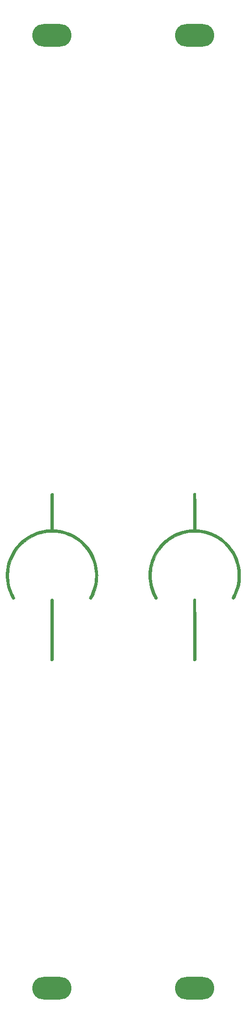
<source format=gtl>
%TF.GenerationSoftware,KiCad,Pcbnew,(6.0.6-0)*%
%TF.CreationDate,2022-09-04T11:20:12+01:00*%
%TF.ProjectId,4u-variable-integrator-panel,34752d76-6172-4696-9162-6c652d696e74,r02*%
%TF.SameCoordinates,Original*%
%TF.FileFunction,Copper,L1,Top*%
%TF.FilePolarity,Positive*%
%FSLAX46Y46*%
G04 Gerber Fmt 4.6, Leading zero omitted, Abs format (unit mm)*
G04 Created by KiCad (PCBNEW (6.0.6-0)) date 2022-09-04 11:20:12*
%MOMM*%
%LPD*%
G01*
G04 APERTURE LIST*
%TA.AperFunction,EtchedComponent*%
%ADD10C,0.010000*%
%TD*%
%TA.AperFunction,ComponentPad*%
%ADD11O,7.000000X4.000000*%
%TD*%
G04 APERTURE END LIST*
%TO.C,Ref\u002A\u002A*%
G36*
X69646933Y-124314167D02*
G01*
X69722072Y-124354537D01*
X69764690Y-124406944D01*
X69768410Y-124415340D01*
X69771861Y-124428492D01*
X69775052Y-124447941D01*
X69777994Y-124475229D01*
X69780695Y-124511897D01*
X69783168Y-124559489D01*
X69785421Y-124619544D01*
X69787465Y-124693606D01*
X69789309Y-124783216D01*
X69790964Y-124889915D01*
X69792441Y-125015246D01*
X69793748Y-125160750D01*
X69794896Y-125327968D01*
X69795895Y-125518444D01*
X69796755Y-125733718D01*
X69797487Y-125975332D01*
X69798100Y-126244828D01*
X69798604Y-126543747D01*
X69799009Y-126873632D01*
X69799326Y-127236025D01*
X69799565Y-127632466D01*
X69799735Y-128064499D01*
X69799847Y-128533663D01*
X69799911Y-129041502D01*
X69799936Y-129589557D01*
X69799938Y-129804757D01*
X69799938Y-135142900D01*
X69727972Y-135214867D01*
X69671568Y-135262645D01*
X69618419Y-135283147D01*
X69574513Y-135285986D01*
X69503527Y-135276988D01*
X69439940Y-135256208D01*
X69435345Y-135253839D01*
X69383898Y-135215243D01*
X69350679Y-135175311D01*
X69347706Y-135162904D01*
X69344928Y-135135528D01*
X69342334Y-135091822D01*
X69339916Y-135030427D01*
X69337666Y-134949982D01*
X69335575Y-134849129D01*
X69333635Y-134726507D01*
X69331837Y-134580757D01*
X69330173Y-134410518D01*
X69328633Y-134214431D01*
X69327210Y-133991137D01*
X69325895Y-133739275D01*
X69324679Y-133457485D01*
X69323553Y-133144408D01*
X69322510Y-132798685D01*
X69321541Y-132418954D01*
X69320636Y-132003857D01*
X69319788Y-131552034D01*
X69318988Y-131062124D01*
X69318228Y-130532769D01*
X69317498Y-129962608D01*
X69317409Y-129889333D01*
X69316902Y-129419862D01*
X69316512Y-128960767D01*
X69316240Y-128513902D01*
X69316080Y-128081121D01*
X69316033Y-127664280D01*
X69316094Y-127265231D01*
X69316261Y-126885830D01*
X69316531Y-126527930D01*
X69316903Y-126193386D01*
X69317374Y-125884052D01*
X69317941Y-125601782D01*
X69318601Y-125348431D01*
X69319353Y-125125853D01*
X69320193Y-124935902D01*
X69321119Y-124780432D01*
X69322129Y-124661298D01*
X69323219Y-124580353D01*
X69324389Y-124539453D01*
X69324674Y-124535857D01*
X69352252Y-124427195D01*
X69404646Y-124351213D01*
X69480438Y-124309434D01*
X69543314Y-124301333D01*
X69646933Y-124314167D01*
G37*
D10*
X69646933Y-124314167D02*
X69722072Y-124354537D01*
X69764690Y-124406944D01*
X69768410Y-124415340D01*
X69771861Y-124428492D01*
X69775052Y-124447941D01*
X69777994Y-124475229D01*
X69780695Y-124511897D01*
X69783168Y-124559489D01*
X69785421Y-124619544D01*
X69787465Y-124693606D01*
X69789309Y-124783216D01*
X69790964Y-124889915D01*
X69792441Y-125015246D01*
X69793748Y-125160750D01*
X69794896Y-125327968D01*
X69795895Y-125518444D01*
X69796755Y-125733718D01*
X69797487Y-125975332D01*
X69798100Y-126244828D01*
X69798604Y-126543747D01*
X69799009Y-126873632D01*
X69799326Y-127236025D01*
X69799565Y-127632466D01*
X69799735Y-128064499D01*
X69799847Y-128533663D01*
X69799911Y-129041502D01*
X69799936Y-129589557D01*
X69799938Y-129804757D01*
X69799938Y-135142900D01*
X69727972Y-135214867D01*
X69671568Y-135262645D01*
X69618419Y-135283147D01*
X69574513Y-135285986D01*
X69503527Y-135276988D01*
X69439940Y-135256208D01*
X69435345Y-135253839D01*
X69383898Y-135215243D01*
X69350679Y-135175311D01*
X69347706Y-135162904D01*
X69344928Y-135135528D01*
X69342334Y-135091822D01*
X69339916Y-135030427D01*
X69337666Y-134949982D01*
X69335575Y-134849129D01*
X69333635Y-134726507D01*
X69331837Y-134580757D01*
X69330173Y-134410518D01*
X69328633Y-134214431D01*
X69327210Y-133991137D01*
X69325895Y-133739275D01*
X69324679Y-133457485D01*
X69323553Y-133144408D01*
X69322510Y-132798685D01*
X69321541Y-132418954D01*
X69320636Y-132003857D01*
X69319788Y-131552034D01*
X69318988Y-131062124D01*
X69318228Y-130532769D01*
X69317498Y-129962608D01*
X69317409Y-129889333D01*
X69316902Y-129419862D01*
X69316512Y-128960767D01*
X69316240Y-128513902D01*
X69316080Y-128081121D01*
X69316033Y-127664280D01*
X69316094Y-127265231D01*
X69316261Y-126885830D01*
X69316531Y-126527930D01*
X69316903Y-126193386D01*
X69317374Y-125884052D01*
X69317941Y-125601782D01*
X69318601Y-125348431D01*
X69319353Y-125125853D01*
X69320193Y-124935902D01*
X69321119Y-124780432D01*
X69322129Y-124661298D01*
X69323219Y-124580353D01*
X69324389Y-124539453D01*
X69324674Y-124535857D01*
X69352252Y-124427195D01*
X69404646Y-124351213D01*
X69480438Y-124309434D01*
X69543314Y-124301333D01*
X69646933Y-124314167D01*
G36*
X69619134Y-105537889D02*
G01*
X69689341Y-105567731D01*
X69741073Y-105610853D01*
X69776665Y-105659354D01*
X69779299Y-105665471D01*
X69782289Y-105694617D01*
X69785067Y-105765156D01*
X69787628Y-105876147D01*
X69789965Y-106026649D01*
X69792072Y-106215722D01*
X69793943Y-106442425D01*
X69795572Y-106705818D01*
X69796953Y-107004960D01*
X69798080Y-107338911D01*
X69798947Y-107706731D01*
X69799547Y-108107478D01*
X69799874Y-108540212D01*
X69799938Y-108849521D01*
X69799938Y-111979287D01*
X69911063Y-111990236D01*
X69974411Y-111996047D01*
X70068045Y-112004096D01*
X70180042Y-112013381D01*
X70298480Y-112022899D01*
X70315539Y-112024243D01*
X70624193Y-112056838D01*
X70955304Y-112106966D01*
X71294042Y-112172117D01*
X71582496Y-112238835D01*
X72136989Y-112399544D01*
X72676296Y-112599029D01*
X73198623Y-112835907D01*
X73702177Y-113108795D01*
X74185165Y-113416308D01*
X74645791Y-113757065D01*
X75082264Y-114129681D01*
X75492788Y-114532774D01*
X75875569Y-114964960D01*
X76228815Y-115424857D01*
X76550732Y-115911079D01*
X76720240Y-116200768D01*
X76982778Y-116714308D01*
X77207519Y-117246243D01*
X77393983Y-117794987D01*
X77541692Y-118358952D01*
X77650168Y-118936551D01*
X77717710Y-119511435D01*
X77728593Y-119690543D01*
X77734482Y-119899206D01*
X77735622Y-120127329D01*
X77732256Y-120364822D01*
X77724629Y-120601591D01*
X77712984Y-120827545D01*
X77697566Y-121032590D01*
X77678618Y-121206634D01*
X77676320Y-121223515D01*
X77611590Y-121631157D01*
X77533849Y-122012068D01*
X77439672Y-122380748D01*
X77325635Y-122751701D01*
X77291578Y-122852436D01*
X77226499Y-123032741D01*
X77153898Y-123218605D01*
X77076105Y-123405248D01*
X76995450Y-123587889D01*
X76914265Y-123761746D01*
X76834878Y-123922038D01*
X76759621Y-124063984D01*
X76690825Y-124182802D01*
X76630818Y-124273713D01*
X76581932Y-124331934D01*
X76563217Y-124346795D01*
X76472587Y-124380503D01*
X76382424Y-124377446D01*
X76301176Y-124342434D01*
X76237290Y-124280274D01*
X76199215Y-124195778D01*
X76192272Y-124135623D01*
X76202118Y-124095127D01*
X76230016Y-124023194D01*
X76273505Y-123925419D01*
X76330124Y-123807395D01*
X76381270Y-123705947D01*
X76600539Y-123248588D01*
X76784758Y-122795569D01*
X76936606Y-122338226D01*
X77058757Y-121867892D01*
X77153889Y-121375905D01*
X77200985Y-121052250D01*
X77213958Y-120922704D01*
X77224380Y-120760859D01*
X77232190Y-120575273D01*
X77237331Y-120374504D01*
X77239743Y-120167111D01*
X77239366Y-119961652D01*
X77236143Y-119766687D01*
X77230013Y-119590774D01*
X77220919Y-119442471D01*
X77212664Y-119358917D01*
X77120551Y-118770726D01*
X76990973Y-118201976D01*
X76824021Y-117652867D01*
X76619783Y-117123601D01*
X76378352Y-116614379D01*
X76099816Y-116125400D01*
X75784266Y-115656867D01*
X75431791Y-115208981D01*
X75266155Y-115019750D01*
X74866014Y-114607725D01*
X74441510Y-114230081D01*
X73993708Y-113887354D01*
X73523675Y-113580081D01*
X73032479Y-113308799D01*
X72521185Y-113074043D01*
X71990860Y-112876352D01*
X71442571Y-112716262D01*
X70877385Y-112594309D01*
X70296368Y-112511030D01*
X70276188Y-112508868D01*
X70134110Y-112497681D01*
X69959825Y-112490066D01*
X69763303Y-112485948D01*
X69554514Y-112485257D01*
X69343427Y-112487919D01*
X69140012Y-112493861D01*
X68954238Y-112503011D01*
X68796075Y-112515297D01*
X68752188Y-112519963D01*
X68172767Y-112607248D01*
X67610636Y-112733058D01*
X67066299Y-112897147D01*
X66540259Y-113099269D01*
X66033021Y-113339177D01*
X65545088Y-113616625D01*
X65076965Y-113931368D01*
X64629154Y-114283159D01*
X64202161Y-114671752D01*
X64063296Y-114810696D01*
X63848640Y-115037153D01*
X63658923Y-115252628D01*
X63483931Y-115469733D01*
X63313451Y-115701074D01*
X63156739Y-115929917D01*
X62857457Y-116417096D01*
X62597400Y-116920139D01*
X62376734Y-117438581D01*
X62195627Y-117971959D01*
X62054245Y-118519809D01*
X61952755Y-119081668D01*
X61915539Y-119381705D01*
X61902792Y-119535791D01*
X61893174Y-119719127D01*
X61886760Y-119921433D01*
X61883626Y-120132427D01*
X61883846Y-120341830D01*
X61887497Y-120539361D01*
X61894655Y-120714739D01*
X61904741Y-120851167D01*
X61972908Y-121382523D01*
X62071435Y-121890951D01*
X62202474Y-122383752D01*
X62368178Y-122868224D01*
X62570700Y-123351667D01*
X62753123Y-123727883D01*
X62811663Y-123844155D01*
X62862816Y-123949642D01*
X62903574Y-124037817D01*
X62930926Y-124102151D01*
X62941862Y-124136115D01*
X62941938Y-124137435D01*
X62922813Y-124226768D01*
X62871507Y-124300899D01*
X62797127Y-124353982D01*
X62708780Y-124380171D01*
X62615572Y-124373621D01*
X62588253Y-124364490D01*
X62550571Y-124340535D01*
X62508236Y-124295394D01*
X62459035Y-124225575D01*
X62400758Y-124127583D01*
X62331195Y-123997923D01*
X62248135Y-123833102D01*
X62234431Y-123805245D01*
X61989370Y-123259098D01*
X61785543Y-122703977D01*
X61623087Y-122140647D01*
X61502137Y-121569872D01*
X61422828Y-120992415D01*
X61385296Y-120409041D01*
X61389676Y-119820514D01*
X61430939Y-119274250D01*
X61514656Y-118694011D01*
X61639176Y-118124599D01*
X61804110Y-117567063D01*
X62009070Y-117022456D01*
X62253669Y-116491828D01*
X62537519Y-115976232D01*
X62797450Y-115568118D01*
X63141432Y-115097761D01*
X63516546Y-114655251D01*
X63920977Y-114241857D01*
X64352907Y-113858847D01*
X64810521Y-113507488D01*
X65292002Y-113189049D01*
X65795534Y-112904797D01*
X66319300Y-112656001D01*
X66861485Y-112443928D01*
X67420271Y-112269846D01*
X67583604Y-112227041D01*
X67765795Y-112184604D01*
X67965944Y-112143738D01*
X68175555Y-112105730D01*
X68386132Y-112071864D01*
X68589180Y-112043425D01*
X68776202Y-112021697D01*
X68938702Y-112007967D01*
X69061621Y-112003500D01*
X69142049Y-112001090D01*
X69215929Y-111994937D01*
X69246959Y-111990271D01*
X69313105Y-111977042D01*
X69313223Y-108884062D01*
X69313386Y-108422144D01*
X69313837Y-107993773D01*
X69314568Y-107599718D01*
X69315577Y-107240748D01*
X69316857Y-106917632D01*
X69318403Y-106631138D01*
X69320211Y-106382036D01*
X69322275Y-106171093D01*
X69324589Y-105999079D01*
X69327150Y-105866763D01*
X69329951Y-105774912D01*
X69332988Y-105724297D01*
X69334357Y-105715428D01*
X69377659Y-105626956D01*
X69445599Y-105565361D01*
X69529112Y-105534415D01*
X69619134Y-105537889D01*
G37*
X69619134Y-105537889D02*
X69689341Y-105567731D01*
X69741073Y-105610853D01*
X69776665Y-105659354D01*
X69779299Y-105665471D01*
X69782289Y-105694617D01*
X69785067Y-105765156D01*
X69787628Y-105876147D01*
X69789965Y-106026649D01*
X69792072Y-106215722D01*
X69793943Y-106442425D01*
X69795572Y-106705818D01*
X69796953Y-107004960D01*
X69798080Y-107338911D01*
X69798947Y-107706731D01*
X69799547Y-108107478D01*
X69799874Y-108540212D01*
X69799938Y-108849521D01*
X69799938Y-111979287D01*
X69911063Y-111990236D01*
X69974411Y-111996047D01*
X70068045Y-112004096D01*
X70180042Y-112013381D01*
X70298480Y-112022899D01*
X70315539Y-112024243D01*
X70624193Y-112056838D01*
X70955304Y-112106966D01*
X71294042Y-112172117D01*
X71582496Y-112238835D01*
X72136989Y-112399544D01*
X72676296Y-112599029D01*
X73198623Y-112835907D01*
X73702177Y-113108795D01*
X74185165Y-113416308D01*
X74645791Y-113757065D01*
X75082264Y-114129681D01*
X75492788Y-114532774D01*
X75875569Y-114964960D01*
X76228815Y-115424857D01*
X76550732Y-115911079D01*
X76720240Y-116200768D01*
X76982778Y-116714308D01*
X77207519Y-117246243D01*
X77393983Y-117794987D01*
X77541692Y-118358952D01*
X77650168Y-118936551D01*
X77717710Y-119511435D01*
X77728593Y-119690543D01*
X77734482Y-119899206D01*
X77735622Y-120127329D01*
X77732256Y-120364822D01*
X77724629Y-120601591D01*
X77712984Y-120827545D01*
X77697566Y-121032590D01*
X77678618Y-121206634D01*
X77676320Y-121223515D01*
X77611590Y-121631157D01*
X77533849Y-122012068D01*
X77439672Y-122380748D01*
X77325635Y-122751701D01*
X77291578Y-122852436D01*
X77226499Y-123032741D01*
X77153898Y-123218605D01*
X77076105Y-123405248D01*
X76995450Y-123587889D01*
X76914265Y-123761746D01*
X76834878Y-123922038D01*
X76759621Y-124063984D01*
X76690825Y-124182802D01*
X76630818Y-124273713D01*
X76581932Y-124331934D01*
X76563217Y-124346795D01*
X76472587Y-124380503D01*
X76382424Y-124377446D01*
X76301176Y-124342434D01*
X76237290Y-124280274D01*
X76199215Y-124195778D01*
X76192272Y-124135623D01*
X76202118Y-124095127D01*
X76230016Y-124023194D01*
X76273505Y-123925419D01*
X76330124Y-123807395D01*
X76381270Y-123705947D01*
X76600539Y-123248588D01*
X76784758Y-122795569D01*
X76936606Y-122338226D01*
X77058757Y-121867892D01*
X77153889Y-121375905D01*
X77200985Y-121052250D01*
X77213958Y-120922704D01*
X77224380Y-120760859D01*
X77232190Y-120575273D01*
X77237331Y-120374504D01*
X77239743Y-120167111D01*
X77239366Y-119961652D01*
X77236143Y-119766687D01*
X77230013Y-119590774D01*
X77220919Y-119442471D01*
X77212664Y-119358917D01*
X77120551Y-118770726D01*
X76990973Y-118201976D01*
X76824021Y-117652867D01*
X76619783Y-117123601D01*
X76378352Y-116614379D01*
X76099816Y-116125400D01*
X75784266Y-115656867D01*
X75431791Y-115208981D01*
X75266155Y-115019750D01*
X74866014Y-114607725D01*
X74441510Y-114230081D01*
X73993708Y-113887354D01*
X73523675Y-113580081D01*
X73032479Y-113308799D01*
X72521185Y-113074043D01*
X71990860Y-112876352D01*
X71442571Y-112716262D01*
X70877385Y-112594309D01*
X70296368Y-112511030D01*
X70276188Y-112508868D01*
X70134110Y-112497681D01*
X69959825Y-112490066D01*
X69763303Y-112485948D01*
X69554514Y-112485257D01*
X69343427Y-112487919D01*
X69140012Y-112493861D01*
X68954238Y-112503011D01*
X68796075Y-112515297D01*
X68752188Y-112519963D01*
X68172767Y-112607248D01*
X67610636Y-112733058D01*
X67066299Y-112897147D01*
X66540259Y-113099269D01*
X66033021Y-113339177D01*
X65545088Y-113616625D01*
X65076965Y-113931368D01*
X64629154Y-114283159D01*
X64202161Y-114671752D01*
X64063296Y-114810696D01*
X63848640Y-115037153D01*
X63658923Y-115252628D01*
X63483931Y-115469733D01*
X63313451Y-115701074D01*
X63156739Y-115929917D01*
X62857457Y-116417096D01*
X62597400Y-116920139D01*
X62376734Y-117438581D01*
X62195627Y-117971959D01*
X62054245Y-118519809D01*
X61952755Y-119081668D01*
X61915539Y-119381705D01*
X61902792Y-119535791D01*
X61893174Y-119719127D01*
X61886760Y-119921433D01*
X61883626Y-120132427D01*
X61883846Y-120341830D01*
X61887497Y-120539361D01*
X61894655Y-120714739D01*
X61904741Y-120851167D01*
X61972908Y-121382523D01*
X62071435Y-121890951D01*
X62202474Y-122383752D01*
X62368178Y-122868224D01*
X62570700Y-123351667D01*
X62753123Y-123727883D01*
X62811663Y-123844155D01*
X62862816Y-123949642D01*
X62903574Y-124037817D01*
X62930926Y-124102151D01*
X62941862Y-124136115D01*
X62941938Y-124137435D01*
X62922813Y-124226768D01*
X62871507Y-124300899D01*
X62797127Y-124353982D01*
X62708780Y-124380171D01*
X62615572Y-124373621D01*
X62588253Y-124364490D01*
X62550571Y-124340535D01*
X62508236Y-124295394D01*
X62459035Y-124225575D01*
X62400758Y-124127583D01*
X62331195Y-123997923D01*
X62248135Y-123833102D01*
X62234431Y-123805245D01*
X61989370Y-123259098D01*
X61785543Y-122703977D01*
X61623087Y-122140647D01*
X61502137Y-121569872D01*
X61422828Y-120992415D01*
X61385296Y-120409041D01*
X61389676Y-119820514D01*
X61430939Y-119274250D01*
X61514656Y-118694011D01*
X61639176Y-118124599D01*
X61804110Y-117567063D01*
X62009070Y-117022456D01*
X62253669Y-116491828D01*
X62537519Y-115976232D01*
X62797450Y-115568118D01*
X63141432Y-115097761D01*
X63516546Y-114655251D01*
X63920977Y-114241857D01*
X64352907Y-113858847D01*
X64810521Y-113507488D01*
X65292002Y-113189049D01*
X65795534Y-112904797D01*
X66319300Y-112656001D01*
X66861485Y-112443928D01*
X67420271Y-112269846D01*
X67583604Y-112227041D01*
X67765795Y-112184604D01*
X67965944Y-112143738D01*
X68175555Y-112105730D01*
X68386132Y-112071864D01*
X68589180Y-112043425D01*
X68776202Y-112021697D01*
X68938702Y-112007967D01*
X69061621Y-112003500D01*
X69142049Y-112001090D01*
X69215929Y-111994937D01*
X69246959Y-111990271D01*
X69313105Y-111977042D01*
X69313223Y-108884062D01*
X69313386Y-108422144D01*
X69313837Y-107993773D01*
X69314568Y-107599718D01*
X69315577Y-107240748D01*
X69316857Y-106917632D01*
X69318403Y-106631138D01*
X69320211Y-106382036D01*
X69322275Y-106171093D01*
X69324589Y-105999079D01*
X69327150Y-105866763D01*
X69329951Y-105774912D01*
X69332988Y-105724297D01*
X69334357Y-105715428D01*
X69377659Y-105626956D01*
X69445599Y-105565361D01*
X69529112Y-105534415D01*
X69619134Y-105537889D01*
G36*
X95026897Y-124315949D02*
G01*
X95106457Y-124357285D01*
X95153484Y-124417158D01*
X95156287Y-124432797D01*
X95158893Y-124467778D01*
X95161310Y-124523308D01*
X95163542Y-124600594D01*
X95165595Y-124700845D01*
X95167475Y-124825266D01*
X95169187Y-124975066D01*
X95170737Y-125151452D01*
X95172131Y-125355631D01*
X95173374Y-125588810D01*
X95174473Y-125852197D01*
X95175432Y-126146999D01*
X95176258Y-126474423D01*
X95176955Y-126835677D01*
X95177531Y-127231968D01*
X95177989Y-127664504D01*
X95178337Y-128134490D01*
X95178580Y-128643136D01*
X95178722Y-129191648D01*
X95178771Y-129781233D01*
X95178772Y-129807779D01*
X95178772Y-135142900D01*
X95106805Y-135214867D01*
X95050178Y-135262762D01*
X94996667Y-135283322D01*
X94953347Y-135286190D01*
X94887983Y-135279761D01*
X94834721Y-135264853D01*
X94829522Y-135262265D01*
X94782827Y-135227305D01*
X94750617Y-135194117D01*
X94746771Y-135187743D01*
X94743203Y-135177378D01*
X94739903Y-135161484D01*
X94736860Y-135138521D01*
X94734063Y-135106949D01*
X94731502Y-135065227D01*
X94729166Y-135011815D01*
X94727045Y-134945174D01*
X94725128Y-134863764D01*
X94723405Y-134766045D01*
X94721865Y-134650476D01*
X94720498Y-134515518D01*
X94719293Y-134359631D01*
X94718239Y-134181275D01*
X94717326Y-133978909D01*
X94716544Y-133750994D01*
X94715881Y-133495990D01*
X94715328Y-133212357D01*
X94714874Y-132898554D01*
X94714507Y-132553043D01*
X94714219Y-132174282D01*
X94713997Y-131760733D01*
X94713832Y-131310854D01*
X94713713Y-130823106D01*
X94713629Y-130295950D01*
X94713575Y-129787163D01*
X94713105Y-124425077D01*
X94774977Y-124363205D01*
X94832552Y-124318516D01*
X94897065Y-124302213D01*
X94924194Y-124301333D01*
X95026897Y-124315949D01*
G37*
X95026897Y-124315949D02*
X95106457Y-124357285D01*
X95153484Y-124417158D01*
X95156287Y-124432797D01*
X95158893Y-124467778D01*
X95161310Y-124523308D01*
X95163542Y-124600594D01*
X95165595Y-124700845D01*
X95167475Y-124825266D01*
X95169187Y-124975066D01*
X95170737Y-125151452D01*
X95172131Y-125355631D01*
X95173374Y-125588810D01*
X95174473Y-125852197D01*
X95175432Y-126146999D01*
X95176258Y-126474423D01*
X95176955Y-126835677D01*
X95177531Y-127231968D01*
X95177989Y-127664504D01*
X95178337Y-128134490D01*
X95178580Y-128643136D01*
X95178722Y-129191648D01*
X95178771Y-129781233D01*
X95178772Y-129807779D01*
X95178772Y-135142900D01*
X95106805Y-135214867D01*
X95050178Y-135262762D01*
X94996667Y-135283322D01*
X94953347Y-135286190D01*
X94887983Y-135279761D01*
X94834721Y-135264853D01*
X94829522Y-135262265D01*
X94782827Y-135227305D01*
X94750617Y-135194117D01*
X94746771Y-135187743D01*
X94743203Y-135177378D01*
X94739903Y-135161484D01*
X94736860Y-135138521D01*
X94734063Y-135106949D01*
X94731502Y-135065227D01*
X94729166Y-135011815D01*
X94727045Y-134945174D01*
X94725128Y-134863764D01*
X94723405Y-134766045D01*
X94721865Y-134650476D01*
X94720498Y-134515518D01*
X94719293Y-134359631D01*
X94718239Y-134181275D01*
X94717326Y-133978909D01*
X94716544Y-133750994D01*
X94715881Y-133495990D01*
X94715328Y-133212357D01*
X94714874Y-132898554D01*
X94714507Y-132553043D01*
X94714219Y-132174282D01*
X94713997Y-131760733D01*
X94713832Y-131310854D01*
X94713713Y-130823106D01*
X94713629Y-130295950D01*
X94713575Y-129787163D01*
X94713105Y-124425077D01*
X94774977Y-124363205D01*
X94832552Y-124318516D01*
X94897065Y-124302213D01*
X94924194Y-124301333D01*
X95026897Y-124315949D01*
G36*
X95017251Y-105543366D02*
G01*
X95099178Y-105588422D01*
X95137156Y-105627469D01*
X95142791Y-105635316D01*
X95147893Y-105645185D01*
X95152489Y-105659114D01*
X95156605Y-105679140D01*
X95160267Y-105707300D01*
X95163502Y-105745633D01*
X95166336Y-105796175D01*
X95168796Y-105860963D01*
X95170908Y-105942036D01*
X95172700Y-106041430D01*
X95174196Y-106161183D01*
X95175424Y-106303333D01*
X95176410Y-106469916D01*
X95177181Y-106662969D01*
X95177763Y-106884532D01*
X95178182Y-107136639D01*
X95178466Y-107421330D01*
X95178640Y-107740642D01*
X95178732Y-108096611D01*
X95178767Y-108491276D01*
X95178772Y-108829831D01*
X95178772Y-111979287D01*
X95289897Y-111990601D01*
X95364304Y-111997310D01*
X95462602Y-112005017D01*
X95566416Y-112012303D01*
X95591522Y-112013920D01*
X96082361Y-112063473D01*
X96583628Y-112149968D01*
X97088773Y-112271566D01*
X97591248Y-112426431D01*
X98084507Y-112612723D01*
X98561999Y-112828603D01*
X98650105Y-112872664D01*
X99041063Y-113083084D01*
X99404763Y-113304443D01*
X99749408Y-113542740D01*
X100083201Y-113803978D01*
X100414346Y-114094157D01*
X100715507Y-114383641D01*
X100946679Y-114620548D01*
X101150526Y-114843371D01*
X101334881Y-115061602D01*
X101507582Y-115284733D01*
X101676461Y-115522257D01*
X101768670Y-115659612D01*
X102034997Y-116087748D01*
X102268783Y-116516795D01*
X102472045Y-116952271D01*
X102646798Y-117399693D01*
X102795058Y-117864577D01*
X102918841Y-118352439D01*
X103020161Y-118868797D01*
X103077741Y-119242500D01*
X103087983Y-119344454D01*
X103096002Y-119481486D01*
X103101838Y-119646402D01*
X103105529Y-119832008D01*
X103107114Y-120031108D01*
X103106633Y-120236509D01*
X103104125Y-120441016D01*
X103099629Y-120637434D01*
X103093185Y-120818570D01*
X103084830Y-120977228D01*
X103074604Y-121106213D01*
X103067267Y-121168667D01*
X102984592Y-121672729D01*
X102881828Y-122146657D01*
X102756382Y-122598868D01*
X102605656Y-123037776D01*
X102427058Y-123471797D01*
X102228855Y-123887956D01*
X102149578Y-124041719D01*
X102084064Y-124160960D01*
X102028899Y-124249846D01*
X101980667Y-124312547D01*
X101935956Y-124353232D01*
X101891349Y-124376070D01*
X101843433Y-124385229D01*
X101820924Y-124386000D01*
X101725657Y-124366650D01*
X101646783Y-124314078D01*
X101592539Y-124236502D01*
X101571163Y-124142139D01*
X101571105Y-124136815D01*
X101580981Y-124091760D01*
X101607437Y-124021964D01*
X101645718Y-123939249D01*
X101667322Y-123897639D01*
X101898881Y-123438679D01*
X102095693Y-122982727D01*
X102260349Y-122521793D01*
X102395441Y-122047884D01*
X102503560Y-121553010D01*
X102579822Y-121084000D01*
X102592411Y-120965298D01*
X102602644Y-120812625D01*
X102610469Y-120634283D01*
X102615829Y-120438572D01*
X102618670Y-120233792D01*
X102618938Y-120028245D01*
X102616577Y-119830231D01*
X102611533Y-119648050D01*
X102603750Y-119490003D01*
X102593175Y-119364391D01*
X102591279Y-119348333D01*
X102510862Y-118817775D01*
X102404026Y-118315436D01*
X102268882Y-117835033D01*
X102103536Y-117370280D01*
X101906100Y-116914894D01*
X101785516Y-116670750D01*
X101564386Y-116267188D01*
X101330065Y-115892385D01*
X101076189Y-115537686D01*
X100796389Y-115194438D01*
X100484300Y-114853986D01*
X100345164Y-114712833D01*
X99922554Y-114321051D01*
X99479355Y-113966254D01*
X99015636Y-113648482D01*
X98531470Y-113367772D01*
X98026929Y-113124161D01*
X97502085Y-112917687D01*
X96957007Y-112748389D01*
X96391770Y-112616303D01*
X96351834Y-112608526D01*
X95872244Y-112534596D01*
X95373655Y-112492449D01*
X94865067Y-112482118D01*
X94355479Y-112503633D01*
X93853891Y-112557027D01*
X93591272Y-112598814D01*
X93125962Y-112698528D01*
X92654981Y-112831252D01*
X92189104Y-112993201D01*
X91739107Y-113180593D01*
X91315764Y-113389646D01*
X91273522Y-113412576D01*
X91095853Y-113514838D01*
X90897776Y-113637233D01*
X90690795Y-113772081D01*
X90486417Y-113911705D01*
X90296150Y-114048425D01*
X90131499Y-114174562D01*
X90130522Y-114175343D01*
X90004508Y-114281407D01*
X89858879Y-114412762D01*
X89700822Y-114562196D01*
X89537526Y-114722499D01*
X89376178Y-114886458D01*
X89223966Y-115046862D01*
X89088077Y-115196499D01*
X88975700Y-115328159D01*
X88951331Y-115358417D01*
X88609473Y-115819873D01*
X88307730Y-116292471D01*
X88044712Y-116779024D01*
X87819026Y-117282345D01*
X87629283Y-117805250D01*
X87475989Y-118342917D01*
X87380779Y-118783072D01*
X87314297Y-119227668D01*
X87275388Y-119686587D01*
X87262891Y-120163250D01*
X87281890Y-120728876D01*
X87339334Y-121279656D01*
X87435895Y-121818297D01*
X87572247Y-122347506D01*
X87749063Y-122869989D01*
X87967014Y-123388453D01*
X88163329Y-123786707D01*
X88217111Y-123891967D01*
X88262992Y-123986876D01*
X88297552Y-124063951D01*
X88317374Y-124115709D01*
X88320772Y-124131345D01*
X88312700Y-124180437D01*
X88292950Y-124242048D01*
X88289783Y-124249858D01*
X88239475Y-124319760D01*
X88163932Y-124365630D01*
X88075216Y-124383459D01*
X87985387Y-124369243D01*
X87961524Y-124358896D01*
X87928088Y-124336310D01*
X87892514Y-124299334D01*
X87852079Y-124243629D01*
X87804059Y-124164859D01*
X87745732Y-124058687D01*
X87674375Y-123920774D01*
X87625480Y-123823602D01*
X87383730Y-123296140D01*
X87182829Y-122762559D01*
X87022246Y-122220580D01*
X86901449Y-121667920D01*
X86819906Y-121102298D01*
X86777086Y-120521434D01*
X86769750Y-120152667D01*
X86786658Y-119591973D01*
X86838252Y-119051125D01*
X86925666Y-118524158D01*
X87050032Y-118005106D01*
X87212481Y-117488004D01*
X87340269Y-117147000D01*
X87578631Y-116604467D01*
X87852371Y-116085099D01*
X88161086Y-115589438D01*
X88504374Y-115118025D01*
X88881831Y-114671401D01*
X89293056Y-114250108D01*
X89737645Y-113854686D01*
X89869938Y-113747177D01*
X90308147Y-113423577D01*
X90774149Y-113127604D01*
X91262850Y-112861545D01*
X91769157Y-112627685D01*
X92287976Y-112428310D01*
X92814215Y-112265706D01*
X93342780Y-112142159D01*
X93517188Y-112110292D01*
X93672578Y-112085511D01*
X93836481Y-112062169D01*
X93999814Y-112041325D01*
X94153493Y-112024032D01*
X94288434Y-112011349D01*
X94395553Y-112004329D01*
X94437808Y-112003267D01*
X94521473Y-112000613D01*
X94602064Y-111994137D01*
X94633730Y-111989914D01*
X94713105Y-111976794D01*
X94713105Y-105677915D01*
X94767297Y-105613510D01*
X94840893Y-105555517D01*
X94927684Y-105532266D01*
X95017251Y-105543366D01*
G37*
X95017251Y-105543366D02*
X95099178Y-105588422D01*
X95137156Y-105627469D01*
X95142791Y-105635316D01*
X95147893Y-105645185D01*
X95152489Y-105659114D01*
X95156605Y-105679140D01*
X95160267Y-105707300D01*
X95163502Y-105745633D01*
X95166336Y-105796175D01*
X95168796Y-105860963D01*
X95170908Y-105942036D01*
X95172700Y-106041430D01*
X95174196Y-106161183D01*
X95175424Y-106303333D01*
X95176410Y-106469916D01*
X95177181Y-106662969D01*
X95177763Y-106884532D01*
X95178182Y-107136639D01*
X95178466Y-107421330D01*
X95178640Y-107740642D01*
X95178732Y-108096611D01*
X95178767Y-108491276D01*
X95178772Y-108829831D01*
X95178772Y-111979287D01*
X95289897Y-111990601D01*
X95364304Y-111997310D01*
X95462602Y-112005017D01*
X95566416Y-112012303D01*
X95591522Y-112013920D01*
X96082361Y-112063473D01*
X96583628Y-112149968D01*
X97088773Y-112271566D01*
X97591248Y-112426431D01*
X98084507Y-112612723D01*
X98561999Y-112828603D01*
X98650105Y-112872664D01*
X99041063Y-113083084D01*
X99404763Y-113304443D01*
X99749408Y-113542740D01*
X100083201Y-113803978D01*
X100414346Y-114094157D01*
X100715507Y-114383641D01*
X100946679Y-114620548D01*
X101150526Y-114843371D01*
X101334881Y-115061602D01*
X101507582Y-115284733D01*
X101676461Y-115522257D01*
X101768670Y-115659612D01*
X102034997Y-116087748D01*
X102268783Y-116516795D01*
X102472045Y-116952271D01*
X102646798Y-117399693D01*
X102795058Y-117864577D01*
X102918841Y-118352439D01*
X103020161Y-118868797D01*
X103077741Y-119242500D01*
X103087983Y-119344454D01*
X103096002Y-119481486D01*
X103101838Y-119646402D01*
X103105529Y-119832008D01*
X103107114Y-120031108D01*
X103106633Y-120236509D01*
X103104125Y-120441016D01*
X103099629Y-120637434D01*
X103093185Y-120818570D01*
X103084830Y-120977228D01*
X103074604Y-121106213D01*
X103067267Y-121168667D01*
X102984592Y-121672729D01*
X102881828Y-122146657D01*
X102756382Y-122598868D01*
X102605656Y-123037776D01*
X102427058Y-123471797D01*
X102228855Y-123887956D01*
X102149578Y-124041719D01*
X102084064Y-124160960D01*
X102028899Y-124249846D01*
X101980667Y-124312547D01*
X101935956Y-124353232D01*
X101891349Y-124376070D01*
X101843433Y-124385229D01*
X101820924Y-124386000D01*
X101725657Y-124366650D01*
X101646783Y-124314078D01*
X101592539Y-124236502D01*
X101571163Y-124142139D01*
X101571105Y-124136815D01*
X101580981Y-124091760D01*
X101607437Y-124021964D01*
X101645718Y-123939249D01*
X101667322Y-123897639D01*
X101898881Y-123438679D01*
X102095693Y-122982727D01*
X102260349Y-122521793D01*
X102395441Y-122047884D01*
X102503560Y-121553010D01*
X102579822Y-121084000D01*
X102592411Y-120965298D01*
X102602644Y-120812625D01*
X102610469Y-120634283D01*
X102615829Y-120438572D01*
X102618670Y-120233792D01*
X102618938Y-120028245D01*
X102616577Y-119830231D01*
X102611533Y-119648050D01*
X102603750Y-119490003D01*
X102593175Y-119364391D01*
X102591279Y-119348333D01*
X102510862Y-118817775D01*
X102404026Y-118315436D01*
X102268882Y-117835033D01*
X102103536Y-117370280D01*
X101906100Y-116914894D01*
X101785516Y-116670750D01*
X101564386Y-116267188D01*
X101330065Y-115892385D01*
X101076189Y-115537686D01*
X100796389Y-115194438D01*
X100484300Y-114853986D01*
X100345164Y-114712833D01*
X99922554Y-114321051D01*
X99479355Y-113966254D01*
X99015636Y-113648482D01*
X98531470Y-113367772D01*
X98026929Y-113124161D01*
X97502085Y-112917687D01*
X96957007Y-112748389D01*
X96391770Y-112616303D01*
X96351834Y-112608526D01*
X95872244Y-112534596D01*
X95373655Y-112492449D01*
X94865067Y-112482118D01*
X94355479Y-112503633D01*
X93853891Y-112557027D01*
X93591272Y-112598814D01*
X93125962Y-112698528D01*
X92654981Y-112831252D01*
X92189104Y-112993201D01*
X91739107Y-113180593D01*
X91315764Y-113389646D01*
X91273522Y-113412576D01*
X91095853Y-113514838D01*
X90897776Y-113637233D01*
X90690795Y-113772081D01*
X90486417Y-113911705D01*
X90296150Y-114048425D01*
X90131499Y-114174562D01*
X90130522Y-114175343D01*
X90004508Y-114281407D01*
X89858879Y-114412762D01*
X89700822Y-114562196D01*
X89537526Y-114722499D01*
X89376178Y-114886458D01*
X89223966Y-115046862D01*
X89088077Y-115196499D01*
X88975700Y-115328159D01*
X88951331Y-115358417D01*
X88609473Y-115819873D01*
X88307730Y-116292471D01*
X88044712Y-116779024D01*
X87819026Y-117282345D01*
X87629283Y-117805250D01*
X87475989Y-118342917D01*
X87380779Y-118783072D01*
X87314297Y-119227668D01*
X87275388Y-119686587D01*
X87262891Y-120163250D01*
X87281890Y-120728876D01*
X87339334Y-121279656D01*
X87435895Y-121818297D01*
X87572247Y-122347506D01*
X87749063Y-122869989D01*
X87967014Y-123388453D01*
X88163329Y-123786707D01*
X88217111Y-123891967D01*
X88262992Y-123986876D01*
X88297552Y-124063951D01*
X88317374Y-124115709D01*
X88320772Y-124131345D01*
X88312700Y-124180437D01*
X88292950Y-124242048D01*
X88289783Y-124249858D01*
X88239475Y-124319760D01*
X88163932Y-124365630D01*
X88075216Y-124383459D01*
X87985387Y-124369243D01*
X87961524Y-124358896D01*
X87928088Y-124336310D01*
X87892514Y-124299334D01*
X87852079Y-124243629D01*
X87804059Y-124164859D01*
X87745732Y-124058687D01*
X87674375Y-123920774D01*
X87625480Y-123823602D01*
X87383730Y-123296140D01*
X87182829Y-122762559D01*
X87022246Y-122220580D01*
X86901449Y-121667920D01*
X86819906Y-121102298D01*
X86777086Y-120521434D01*
X86769750Y-120152667D01*
X86786658Y-119591973D01*
X86838252Y-119051125D01*
X86925666Y-118524158D01*
X87050032Y-118005106D01*
X87212481Y-117488004D01*
X87340269Y-117147000D01*
X87578631Y-116604467D01*
X87852371Y-116085099D01*
X88161086Y-115589438D01*
X88504374Y-115118025D01*
X88881831Y-114671401D01*
X89293056Y-114250108D01*
X89737645Y-113854686D01*
X89869938Y-113747177D01*
X90308147Y-113423577D01*
X90774149Y-113127604D01*
X91262850Y-112861545D01*
X91769157Y-112627685D01*
X92287976Y-112428310D01*
X92814215Y-112265706D01*
X93342780Y-112142159D01*
X93517188Y-112110292D01*
X93672578Y-112085511D01*
X93836481Y-112062169D01*
X93999814Y-112041325D01*
X94153493Y-112024032D01*
X94288434Y-112011349D01*
X94395553Y-112004329D01*
X94437808Y-112003267D01*
X94521473Y-112000613D01*
X94602064Y-111994137D01*
X94633730Y-111989914D01*
X94713105Y-111976794D01*
X94713105Y-105677915D01*
X94767297Y-105613510D01*
X94840893Y-105555517D01*
X94927684Y-105532266D01*
X95017251Y-105543366D01*
%TD*%
D11*
%TO.P,Ref\u002A\u002A,*%
%TO.N,*%
X94950000Y-193400000D03*
X69550000Y-193400000D03*
X94950000Y-24400000D03*
X69550000Y-24400000D03*
%TD*%
M02*

</source>
